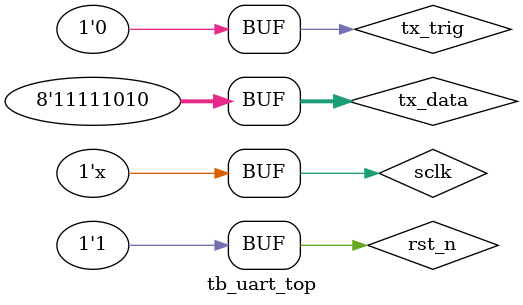
<source format=v>

`timescale 1ns/1ps

module tb_uart_top;
	
	reg 			sclk;
	reg				rst_n;
	reg 			tx_trig;
	reg 	[ 7:0]	tx_data;
	wire 	[ 7:0]	rx_data;
	wire			po_flag;

	//reg		[ 7:0]	mem	[1:0];

	initial sclk    = 0;
	always #10 sclk = ~sclk;

	//initial $readmemeh("tx_data.txt", mem);
	initial begin
		rst_n       <= 	1'b0;
		tx_trig		<= 	1'b0;
		tx_data		<= 	0;
		#200;
		rst_n       <= 	1'b1;
		#200;
		tx_data		<= 	8'h4e;
		#200;
		tx_trig		<=	1'b1;
		#20;
		tx_trig		<=	1'b0;
		#20000;// > 50*20*10 = 10000
		tx_data		<= 	8'h37;
		#200;
		tx_trig		<=	1'b1;
		#20;
		tx_trig		<=	1'b0;
		#20000;// > 50*20*10 = 10000
		tx_data		<= 	8'hfa;
		#200;
		tx_trig		<=	1'b1;
		#20;
		tx_trig		<=	1'b0;
		#20000;// > 50*20*10 = 10000	
	end

/*	task tx_byte ();
		integer i;
		for(i = 0; i < 4; i = i+1) begin
			tx_data <=  mem[i];
			#200
			tx_trig <=	1'b1;
			#20
			tx_trig <=  1'b0;
			#5000;
		end
	endtask*/
	uart_top inst_uart_top (
		.sclk(sclk),
		.rst_n(rst_n),
		.tx_trig(tx_trig),
		.tx_data(tx_data),
		.rx_data(rx_data),
		.po_flag(po_flag)
		);

endmodule
</source>
